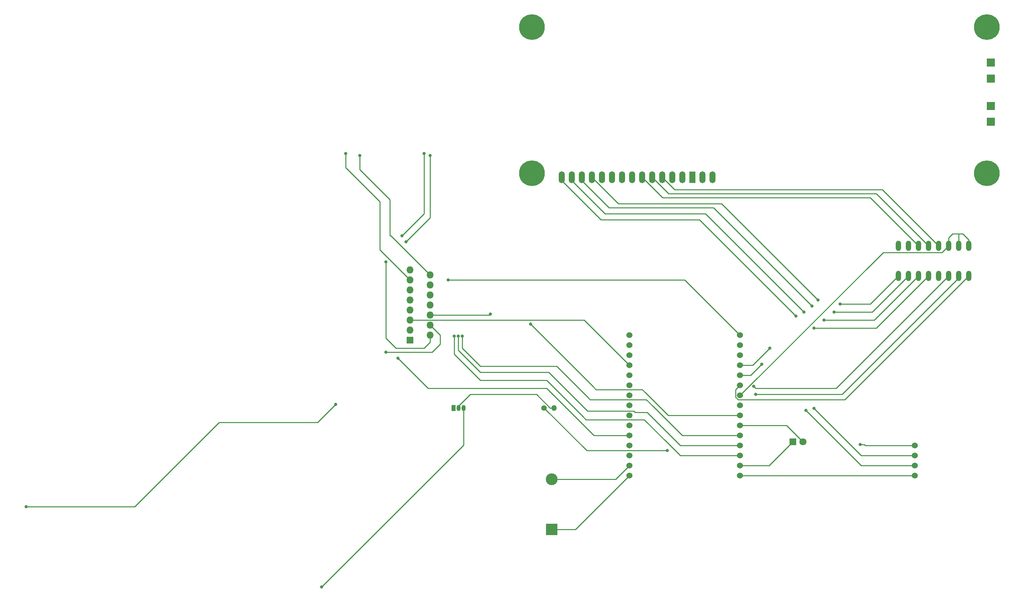
<source format=gbr>
%TF.GenerationSoftware,KiCad,Pcbnew,7.0.2-0*%
%TF.CreationDate,2023-05-03T08:41:48+07:00*%
%TF.ProjectId,robot1,726f626f-7431-42e6-9b69-6361645f7063,rev?*%
%TF.SameCoordinates,Original*%
%TF.FileFunction,Copper,L2,Bot*%
%TF.FilePolarity,Positive*%
%FSLAX46Y46*%
G04 Gerber Fmt 4.6, Leading zero omitted, Abs format (unit mm)*
G04 Created by KiCad (PCBNEW 7.0.2-0) date 2023-05-03 08:41:48*
%MOMM*%
%LPD*%
G01*
G04 APERTURE LIST*
%TA.AperFunction,ComponentPad*%
%ADD10O,1.800000X1.800000*%
%TD*%
%TA.AperFunction,ComponentPad*%
%ADD11R,1.800000X1.800000*%
%TD*%
%TA.AperFunction,ComponentPad*%
%ADD12C,1.530000*%
%TD*%
%TA.AperFunction,ComponentPad*%
%ADD13C,6.500000*%
%TD*%
%TA.AperFunction,ComponentPad*%
%ADD14R,1.500000X3.000000*%
%TD*%
%TA.AperFunction,ComponentPad*%
%ADD15O,1.500000X3.000000*%
%TD*%
%TA.AperFunction,ComponentPad*%
%ADD16R,2.000000X2.000000*%
%TD*%
%TA.AperFunction,ComponentPad*%
%ADD17C,1.524000*%
%TD*%
%TA.AperFunction,ComponentPad*%
%ADD18O,1.320800X2.641600*%
%TD*%
%TA.AperFunction,ComponentPad*%
%ADD19C,1.400000*%
%TD*%
%TA.AperFunction,ComponentPad*%
%ADD20O,1.400000X1.400000*%
%TD*%
%TA.AperFunction,ComponentPad*%
%ADD21R,1.050000X1.500000*%
%TD*%
%TA.AperFunction,ComponentPad*%
%ADD22O,1.050000X1.500000*%
%TD*%
%TA.AperFunction,ComponentPad*%
%ADD23C,1.800000*%
%TD*%
%TA.AperFunction,ComponentPad*%
%ADD24R,3.000000X3.000000*%
%TD*%
%TA.AperFunction,ComponentPad*%
%ADD25C,3.000000*%
%TD*%
%TA.AperFunction,ViaPad*%
%ADD26C,0.800000*%
%TD*%
%TA.AperFunction,Conductor*%
%ADD27C,0.250000*%
%TD*%
G04 APERTURE END LIST*
D10*
%TO.P,U6,15,SENSE_B*%
%TO.N,unconnected-(U6-SENSE_B-Pad15)*%
X133096000Y-76200000D03*
%TO.P,U6,14,OUT4*%
%TO.N,Net-(J4-Pin_1)*%
X138176000Y-77470000D03*
%TO.P,U6,13,OUT3*%
%TO.N,Net-(J4-Pin_2)*%
X133096000Y-78740000D03*
%TO.P,U6,12,IN4*%
%TO.N,Net-(U2-RX(DPIO3))*%
X138176000Y-80010000D03*
%TO.P,U6,11,ENB*%
%TO.N,Net-(U2-D8(GPIO15))*%
X133096000Y-81280000D03*
%TO.P,U6,10,IN3*%
%TO.N,Net-(U2-TX(GPIO1))*%
X138176000Y-82550000D03*
%TO.P,U6,9,VSS*%
%TO.N,Net-(U6-VSS)*%
X133096000Y-83820000D03*
%TO.P,U6,8,GND*%
%TO.N,Net-(BT6--)*%
X138176000Y-85090000D03*
%TO.P,U6,7,IN2*%
%TO.N,Net-(U2-D0(GPIO16))*%
X133096000Y-86360000D03*
%TO.P,U6,6,ENA*%
%TO.N,Net-(U2-D6(GPIO12))*%
X138176000Y-87630000D03*
%TO.P,U6,5,IN1*%
%TO.N,Net-(U2-SD3(GPIO10))*%
X133096000Y-88900000D03*
%TO.P,U6,4,VS*%
%TO.N,Net-(BT4-+)*%
X138176000Y-90170000D03*
%TO.P,U6,3,OUT2*%
%TO.N,Net-(J3-Pin_1)*%
X133096000Y-91440000D03*
%TO.P,U6,2,OUT1*%
%TO.N,Net-(J3-Pin_2)*%
X138176000Y-92710000D03*
D11*
%TO.P,U6,1,SENSE_A*%
%TO.N,unconnected-(U6-SENSE_A-Pad1)*%
X133096000Y-93980000D03*
%TD*%
D12*
%TO.P,U4,2,TRIG*%
%TO.N,Net-(U2-D4(GPIO2))*%
X260750000Y-125730000D03*
%TO.P,U4,3,ECHO*%
%TO.N,Net-(U2-D3(GPIO0))*%
X260750000Y-123190000D03*
%TO.P,U4,4,GND*%
%TO.N,Net-(D1-K)*%
X260750000Y-120650000D03*
%TO.P,U4,1,VCC*%
%TO.N,Net-(U4-VCC)*%
X260750000Y-128270000D03*
%TD*%
D13*
%TO.P,U3,*%
%TO.N,*%
X163970000Y-51705000D03*
X163970000Y-14705000D03*
X278970000Y-14705000D03*
X278970000Y-51705000D03*
D14*
%TO.P,U3,1,VSS*%
%TO.N,unconnected-(U3-VSS-Pad1)*%
X204470000Y-52705000D03*
D15*
%TO.P,U3,2,VDD*%
%TO.N,unconnected-(U3-VDD-Pad2)*%
X201930000Y-52705000D03*
%TO.P,U3,3,VO*%
%TO.N,unconnected-(U3-VO-Pad3)*%
X199390000Y-52705000D03*
%TO.P,U3,4,RS*%
%TO.N,Net-(U1-P0)*%
X196850000Y-52705000D03*
%TO.P,U3,5,R/~{W}*%
%TO.N,Net-(U1-P1)*%
X194310000Y-52705000D03*
%TO.P,U3,6,E*%
%TO.N,Net-(U1-P2)*%
X191770000Y-52705000D03*
%TO.P,U3,7,DB0*%
%TO.N,unconnected-(U3-DB0-Pad7)*%
X189230000Y-52705000D03*
%TO.P,U3,8,DB1*%
%TO.N,unconnected-(U3-DB1-Pad8)*%
X186690000Y-52705000D03*
%TO.P,U3,9,DB2*%
%TO.N,unconnected-(U3-DB2-Pad9)*%
X184150000Y-52705000D03*
%TO.P,U3,10,DB3*%
%TO.N,unconnected-(U3-DB3-Pad10)*%
X181610000Y-52705000D03*
%TO.P,U3,11,DB4*%
%TO.N,Net-(U1-P4)*%
X179070000Y-52705000D03*
%TO.P,U3,12,DB5*%
%TO.N,Net-(U1-P5)*%
X176530000Y-52705000D03*
%TO.P,U3,13,DB6*%
%TO.N,Net-(U1-P6)*%
X173990000Y-52705000D03*
%TO.P,U3,14,DB7*%
%TO.N,Net-(U1-P7)*%
X171450000Y-52705000D03*
%TO.P,U3,15,A/VEE*%
%TO.N,unconnected-(U3-A{slash}VEE-Pad15)*%
X207010000Y-52705000D03*
%TO.P,U3,16,K*%
%TO.N,unconnected-(U3-K-Pad16)*%
X209550000Y-52705000D03*
D16*
%TO.P,U3,A1,A1*%
%TO.N,unconnected-(U3-PadA1)*%
X279970000Y-38705000D03*
%TO.P,U3,A2,A2*%
%TO.N,unconnected-(U3-PadA2)*%
X279970000Y-27705000D03*
%TO.P,U3,K1,K1*%
%TO.N,unconnected-(U3-PadK1)*%
X279970000Y-34705000D03*
%TO.P,U3,K2,K2*%
%TO.N,unconnected-(U3-PadK2)*%
X279970000Y-23705000D03*
%TD*%
D17*
%TO.P,U2,1,A0(ADC0)*%
%TO.N,unconnected-(U2-A0(ADC0)-Pad1)*%
X188595000Y-92710000D03*
%TO.P,U2,2,RSV*%
%TO.N,unconnected-(U2-RSV-Pad2)*%
X188595000Y-95250000D03*
%TO.P,U2,3,RSV*%
%TO.N,unconnected-(U2-RSV-Pad3)*%
X188595000Y-97790000D03*
%TO.P,U2,4,SD3(GPIO10)*%
%TO.N,Net-(U2-SD3(GPIO10))*%
X188595000Y-100330000D03*
%TO.P,U2,5,SD2(GPIO9)*%
%TO.N,unconnected-(U2-SD2(GPIO9)-Pad5)*%
X188595000Y-102870000D03*
%TO.P,U2,6,SD1(MOSI)*%
%TO.N,unconnected-(U2-SD1(MOSI)-Pad6)*%
X188595000Y-105410000D03*
%TO.P,U2,7,CMD(CS)*%
%TO.N,unconnected-(U2-CMD(CS)-Pad7)*%
X188595000Y-107950000D03*
%TO.P,U2,8,SDO(MISO)*%
%TO.N,unconnected-(U2-SDO(MISO)-Pad8)*%
X188595000Y-110490000D03*
%TO.P,U2,9,CLK(SCLK)*%
%TO.N,unconnected-(U2-CLK(SCLK)-Pad9)*%
X188595000Y-113030000D03*
%TO.P,U2,10,GND*%
%TO.N,Net-(BT6--)*%
X188595000Y-115570000D03*
%TO.P,U2,11,3.3V*%
%TO.N,Net-(U6-VSS)*%
X188595000Y-118110000D03*
%TO.P,U2,12,EN*%
%TO.N,unconnected-(U2-EN-Pad12)*%
X188595000Y-120650000D03*
%TO.P,U2,13,RST*%
%TO.N,unconnected-(U2-RST-Pad13)*%
X188595000Y-123190000D03*
%TO.P,U2,14,GND*%
%TO.N,Net-(BT1--)*%
X188595000Y-125730000D03*
%TO.P,U2,15,VIN*%
%TO.N,Net-(BT1-+)*%
X188595000Y-128270000D03*
%TO.P,U2,16,3.3V*%
%TO.N,Net-(U4-VCC)*%
X216535000Y-128270000D03*
%TO.P,U2,17,GND*%
%TO.N,Net-(D1-K)*%
X216535000Y-125730000D03*
%TO.P,U2,18,TX(GPIO1)*%
%TO.N,Net-(U2-TX(GPIO1))*%
X216535000Y-123190000D03*
%TO.P,U2,19,RX(DPIO3)*%
%TO.N,Net-(U2-RX(DPIO3))*%
X216535000Y-120650000D03*
%TO.P,U2,20,D8(GPIO15)*%
%TO.N,Net-(U2-D8(GPIO15))*%
X216535000Y-118110000D03*
%TO.P,U2,21,D7(GPIO13)*%
%TO.N,Net-(D1-A)*%
X216535000Y-115570000D03*
%TO.P,U2,22,D6(GPIO12)*%
%TO.N,Net-(U2-D6(GPIO12))*%
X216535000Y-113030000D03*
%TO.P,U2,23,D5(GPIO14)*%
%TO.N,Net-(U2-D5(GPIO14))*%
X216535000Y-110490000D03*
%TO.P,U2,24,GND*%
%TO.N,Net-(U1-A0)*%
X216535000Y-107950000D03*
%TO.P,U2,25,3.3V*%
%TO.N,Net-(U1-VDD)*%
X216535000Y-105410000D03*
%TO.P,U2,26,D4(GPIO2)*%
%TO.N,Net-(U2-D4(GPIO2))*%
X216535000Y-102870000D03*
%TO.P,U2,27,D3(GPIO0)*%
%TO.N,Net-(U2-D3(GPIO0))*%
X216535000Y-100330000D03*
%TO.P,U2,28,D2(GPIO4)*%
%TO.N,Net-(U1-SDA)*%
X216535000Y-97790000D03*
%TO.P,U2,29,D1(GPIO5)*%
%TO.N,Net-(U1-SCL)*%
X216535000Y-95250000D03*
%TO.P,U2,30,D0(GPIO16)*%
%TO.N,Net-(U2-D0(GPIO16))*%
X216535000Y-92710000D03*
%TD*%
D18*
%TO.P,U1,1,A0*%
%TO.N,Net-(U1-A0)*%
X274320000Y-70104000D03*
%TO.P,U1,2,A1*%
X271780000Y-70104000D03*
%TO.P,U1,3,A2*%
X269240000Y-70104000D03*
%TO.P,U1,4,P0*%
%TO.N,Net-(U1-P0)*%
X266700000Y-70104000D03*
%TO.P,U1,5,P1*%
%TO.N,Net-(U1-P1)*%
X264160000Y-70104000D03*
%TO.P,U1,6,P2*%
%TO.N,Net-(U1-P2)*%
X261620000Y-70104000D03*
%TO.P,U1,7,P3*%
%TO.N,unconnected-(U1-P3-Pad7)*%
X259080000Y-70104000D03*
%TO.P,U1,8,VSS*%
%TO.N,unconnected-(U1-VSS-Pad8)*%
X256540000Y-70104000D03*
%TO.P,U1,9,P4*%
%TO.N,Net-(U1-P4)*%
X256540000Y-77724000D03*
%TO.P,U1,10,P5*%
%TO.N,Net-(U1-P5)*%
X259080000Y-77724000D03*
%TO.P,U1,11,P6*%
%TO.N,Net-(U1-P6)*%
X261620000Y-77724000D03*
%TO.P,U1,12,P7*%
%TO.N,Net-(U1-P7)*%
X264160000Y-77724000D03*
%TO.P,U1,13,~{INT}*%
%TO.N,unconnected-(U1-~{INT}-Pad13)*%
X266700000Y-77724000D03*
%TO.P,U1,14,SCL*%
%TO.N,Net-(U1-SCL)*%
X269240000Y-77724000D03*
%TO.P,U1,15,SDA*%
%TO.N,Net-(U1-SDA)*%
X271780000Y-77724000D03*
%TO.P,U1,16,VDD*%
%TO.N,Net-(U1-VDD)*%
X274320000Y-77724000D03*
%TD*%
D19*
%TO.P,R1,1*%
%TO.N,Net-(U2-D5(GPIO14))*%
X167005000Y-111125000D03*
D20*
%TO.P,R1,2*%
%TO.N,Net-(Q1-B)*%
X169545000Y-111125000D03*
%TD*%
D21*
%TO.P,Q1,1,C*%
%TO.N,Net-(J2-Pin_1)*%
X144145000Y-111125000D03*
D22*
%TO.P,Q1,2,B*%
%TO.N,Net-(Q1-B)*%
X145415000Y-111125000D03*
%TO.P,Q1,3,E*%
%TO.N,Net-(BT3--)*%
X146685000Y-111125000D03*
%TD*%
D11*
%TO.P,D1,1,K*%
%TO.N,Net-(D1-K)*%
X229890000Y-119730000D03*
D23*
%TO.P,D1,2,A*%
%TO.N,Net-(D1-A)*%
X232430000Y-119730000D03*
%TD*%
D24*
%TO.P,BT1,1,+*%
%TO.N,Net-(BT1-+)*%
X168910000Y-141910000D03*
D25*
%TO.P,BT1,2,-*%
%TO.N,Net-(BT1--)*%
X168910000Y-129210000D03*
%TD*%
D26*
%TO.N,Net-(U2-D6(GPIO12))*%
X153416000Y-87376000D03*
X163576000Y-89916000D03*
%TO.N,Net-(U2-D8(GPIO15))*%
X146304000Y-92964000D03*
%TO.N,Net-(U2-D4(GPIO2))*%
X233172000Y-111760000D03*
%TO.N,Net-(U2-D3(GPIO0))*%
X235204000Y-111252000D03*
%TO.N,Net-(U2-D4(GPIO2))*%
X221996000Y-100076000D03*
%TO.N,Net-(U2-D3(GPIO0))*%
X224028000Y-96012000D03*
%TO.N,Net-(U2-D0(GPIO16))*%
X142748000Y-78740000D03*
%TO.N,Net-(U2-RX(DPIO3))*%
X145288000Y-92964000D03*
%TO.N,Net-(U2-TX(GPIO1))*%
X144272000Y-92964000D03*
%TO.N,Net-(U6-VSS)*%
X130048000Y-98552000D03*
%TO.N,Net-(U2-D5(GPIO14))*%
X198120000Y-121920000D03*
%TO.N,Net-(J3-Pin_2)*%
X127000000Y-74168000D03*
X132080000Y-69088000D03*
%TO.N,Net-(J3-Pin_1)*%
X131064000Y-67564000D03*
%TO.N,Net-(J3-Pin_2)*%
X138176000Y-47244000D03*
%TO.N,Net-(J3-Pin_1)*%
X136652000Y-46736000D03*
%TO.N,Net-(J4-Pin_1)*%
X120396000Y-47244000D03*
%TO.N,Net-(J4-Pin_2)*%
X116840000Y-46736000D03*
%TO.N,Net-(BT4-+)*%
X127000000Y-97028000D03*
%TO.N,Net-(BT2-+)*%
X114300000Y-110236000D03*
X36068000Y-136144000D03*
%TO.N,Net-(BT3--)*%
X110744000Y-156464000D03*
%TO.N,Net-(D1-K)*%
X246888000Y-120396000D03*
%TO.N,Net-(U1-P4)*%
X236220000Y-83820000D03*
%TO.N,Net-(U1-P5)*%
X234696000Y-85344000D03*
%TO.N,Net-(U1-P6)*%
X232664000Y-86868000D03*
%TO.N,Net-(U1-P7)*%
X230632000Y-87884000D03*
X235204000Y-90932000D03*
%TO.N,Net-(U1-P6)*%
X237744000Y-88900000D03*
%TO.N,Net-(U1-P5)*%
X240284000Y-86868000D03*
%TO.N,Net-(U1-P4)*%
X241808000Y-84836000D03*
%TO.N,Net-(U1-SDA)*%
X220472000Y-107696000D03*
%TO.N,Net-(U1-SCL)*%
X219964000Y-105664000D03*
%TD*%
D27*
%TO.N,Net-(U2-D6(GPIO12))*%
X138176000Y-87630000D02*
X153162000Y-87630000D01*
X153162000Y-87630000D02*
X153416000Y-87376000D01*
X179324000Y-105664000D02*
X163576000Y-89916000D01*
X198374000Y-113030000D02*
X192532000Y-107188000D01*
X216535000Y-113030000D02*
X198374000Y-113030000D01*
X192532000Y-107188000D02*
X191841000Y-106497000D01*
X191841000Y-106497000D02*
X180157000Y-106497000D01*
X180157000Y-106497000D02*
X179324000Y-105664000D01*
%TO.N,Net-(U2-SD3(GPIO10))*%
X188595000Y-100330000D02*
X177165000Y-88900000D01*
X177165000Y-88900000D02*
X133096000Y-88900000D01*
%TO.N,Net-(U2-D8(GPIO15))*%
X168656000Y-100584000D02*
X151892000Y-100584000D01*
X178633000Y-109037000D02*
X178308000Y-108712000D01*
X194564000Y-110744000D02*
X192857000Y-109037000D01*
X146304000Y-96012000D02*
X146304000Y-92964000D01*
X216535000Y-118110000D02*
X201930000Y-118110000D01*
X201930000Y-118110000D02*
X194564000Y-110744000D01*
X192857000Y-109037000D02*
X178633000Y-109037000D01*
X178308000Y-108712000D02*
X170180000Y-100584000D01*
X170180000Y-100584000D02*
X168656000Y-100584000D01*
X151892000Y-100584000D02*
X150876000Y-100584000D01*
X150876000Y-100584000D02*
X146304000Y-96012000D01*
%TO.N,Net-(U2-D4(GPIO2))*%
X233172000Y-111760000D02*
X233426000Y-112014000D01*
X219202000Y-102870000D02*
X221996000Y-100076000D01*
X216535000Y-102870000D02*
X219202000Y-102870000D01*
%TO.N,Net-(U2-D3(GPIO0))*%
X216535000Y-100330000D02*
X219710000Y-100330000D01*
X219710000Y-100330000D02*
X224028000Y-96012000D01*
%TO.N,Net-(U2-D0(GPIO16))*%
X142748000Y-78740000D02*
X202565000Y-78740000D01*
X202565000Y-78740000D02*
X216535000Y-92710000D01*
%TO.N,Net-(U2-RX(DPIO3))*%
X145288000Y-92964000D02*
X145288000Y-93472000D01*
X145288000Y-96520000D02*
X145288000Y-92964000D01*
X201422000Y-120650000D02*
X200152000Y-119380000D01*
X177983000Y-111943000D02*
X177800000Y-111760000D01*
X193040000Y-112268000D02*
X189992000Y-112268000D01*
X167640000Y-102108000D02*
X150876000Y-102108000D01*
X150876000Y-102108000D02*
X145288000Y-96520000D01*
X200152000Y-119380000D02*
X193040000Y-112268000D01*
X177800000Y-111760000D02*
X168148000Y-102108000D01*
X216535000Y-120650000D02*
X201422000Y-120650000D01*
X189667000Y-111943000D02*
X177983000Y-111943000D01*
X189992000Y-112268000D02*
X189667000Y-111943000D01*
X168148000Y-102108000D02*
X167640000Y-102108000D01*
%TO.N,Net-(U2-TX(GPIO1))*%
X177617000Y-114117000D02*
X176784000Y-113284000D01*
X192349000Y-114117000D02*
X177617000Y-114117000D01*
X198120000Y-119888000D02*
X192349000Y-114117000D01*
X150876000Y-104140000D02*
X144272000Y-97536000D01*
X144272000Y-97536000D02*
X144272000Y-92964000D01*
X167640000Y-104140000D02*
X150876000Y-104140000D01*
X216535000Y-123190000D02*
X201422000Y-123190000D01*
X201422000Y-123190000D02*
X198120000Y-119888000D01*
X176784000Y-113284000D02*
X167640000Y-104140000D01*
%TO.N,Net-(U6-VSS)*%
X137668000Y-106172000D02*
X130048000Y-98552000D01*
X167640000Y-106172000D02*
X160528000Y-106172000D01*
X160528000Y-106172000D02*
X137668000Y-106172000D01*
X188595000Y-118110000D02*
X179578000Y-118110000D01*
X179578000Y-118110000D02*
X170180000Y-108712000D01*
X170180000Y-108712000D02*
X167640000Y-106172000D01*
%TO.N,Net-(U2-D5(GPIO14))*%
X177800000Y-121920000D02*
X198120000Y-121920000D01*
X167005000Y-111125000D02*
X177800000Y-121920000D01*
%TO.N,Net-(Q1-B)*%
X145415000Y-111125000D02*
X145415000Y-110617000D01*
X168529000Y-111125000D02*
X169545000Y-111125000D01*
X145415000Y-110617000D02*
X148336000Y-107696000D01*
X148336000Y-107696000D02*
X165100000Y-107696000D01*
X165100000Y-107696000D02*
X168529000Y-111125000D01*
%TO.N,Net-(BT4-+)*%
X127000000Y-97028000D02*
X138684000Y-97028000D01*
X140716000Y-92710000D02*
X138176000Y-90170000D01*
X138684000Y-97028000D02*
X140716000Y-94996000D01*
X140716000Y-94996000D02*
X140716000Y-92710000D01*
%TO.N,Net-(J3-Pin_2)*%
X127000000Y-74168000D02*
X127000000Y-93472000D01*
X127000000Y-93472000D02*
X129540000Y-96012000D01*
X129540000Y-96012000D02*
X136652000Y-96012000D01*
X136652000Y-96012000D02*
X138176000Y-94488000D01*
X138176000Y-94488000D02*
X138176000Y-92710000D01*
X133604000Y-67564000D02*
X132080000Y-69088000D01*
%TO.N,Net-(J3-Pin_1)*%
X136652000Y-61976000D02*
X131064000Y-67564000D01*
X136652000Y-46736000D02*
X136652000Y-61976000D01*
%TO.N,Net-(J3-Pin_2)*%
X138176000Y-62992000D02*
X133604000Y-67564000D01*
X138176000Y-47244000D02*
X138176000Y-62992000D01*
%TO.N,Net-(J4-Pin_2)*%
X133096000Y-78740000D02*
X125476000Y-71120000D01*
X125476000Y-71120000D02*
X125476000Y-58928000D01*
X125476000Y-58928000D02*
X116840000Y-50292000D01*
X116840000Y-50292000D02*
X116840000Y-46736000D01*
%TO.N,Net-(J4-Pin_1)*%
X128016000Y-58420000D02*
X120396000Y-50800000D01*
X128016000Y-67564000D02*
X128016000Y-58420000D01*
X138176000Y-77470000D02*
X128270000Y-67564000D01*
X120396000Y-50800000D02*
X120396000Y-47244000D01*
X128270000Y-67564000D02*
X128016000Y-67564000D01*
%TO.N,Net-(BT1-+)*%
X168910000Y-141910000D02*
X174955000Y-141910000D01*
X174955000Y-141910000D02*
X188595000Y-128270000D01*
%TO.N,Net-(BT1--)*%
X168910000Y-129210000D02*
X185115000Y-129210000D01*
X185115000Y-129210000D02*
X188595000Y-125730000D01*
%TO.N,Net-(BT2-+)*%
X84836000Y-114808000D02*
X109728000Y-114808000D01*
X109728000Y-114808000D02*
X114300000Y-110236000D01*
X63500000Y-136144000D02*
X84836000Y-114808000D01*
X36068000Y-136144000D02*
X63500000Y-136144000D01*
%TO.N,Net-(BT3--)*%
X110744000Y-156464000D02*
X146685000Y-120523000D01*
X146685000Y-120523000D02*
X146685000Y-111125000D01*
%TO.N,Net-(D1-K)*%
X247904000Y-120396000D02*
X246888000Y-120396000D01*
X248158000Y-120650000D02*
X247904000Y-120396000D01*
%TO.N,Net-(D1-A)*%
X216535000Y-115570000D02*
X228270000Y-115570000D01*
X228270000Y-115570000D02*
X232430000Y-119730000D01*
%TO.N,Net-(D1-K)*%
X260750000Y-120650000D02*
X248158000Y-120650000D01*
%TO.N,Net-(U2-D3(GPIO0))*%
X247142000Y-123190000D02*
X235204000Y-111252000D01*
X260750000Y-123190000D02*
X247142000Y-123190000D01*
%TO.N,Net-(U2-D4(GPIO2))*%
X260750000Y-125730000D02*
X247142000Y-125730000D01*
X247142000Y-125730000D02*
X233172000Y-111760000D01*
%TO.N,Net-(D1-K)*%
X216535000Y-125730000D02*
X223890000Y-125730000D01*
X223890000Y-125730000D02*
X229890000Y-119730000D01*
%TO.N,Net-(U4-VCC)*%
X216535000Y-128270000D02*
X260750000Y-128270000D01*
%TO.N,Net-(U1-P7)*%
X230632000Y-87884000D02*
X206248000Y-63500000D01*
X206248000Y-63500000D02*
X181356000Y-63500000D01*
X181356000Y-63500000D02*
X171450000Y-53594000D01*
X171450000Y-53594000D02*
X171450000Y-52705000D01*
%TO.N,Net-(U1-P6)*%
X207772000Y-61976000D02*
X182372000Y-61976000D01*
X232664000Y-86868000D02*
X207772000Y-61976000D01*
X182372000Y-61976000D02*
X173990000Y-53594000D01*
X173990000Y-53594000D02*
X173990000Y-52705000D01*
%TO.N,Net-(U1-P5)*%
X234696000Y-85344000D02*
X209804000Y-60452000D01*
X176530000Y-53594000D02*
X176530000Y-52705000D01*
X209804000Y-60452000D02*
X183388000Y-60452000D01*
X183388000Y-60452000D02*
X176530000Y-53594000D01*
%TO.N,Net-(U1-P4)*%
X236220000Y-83820000D02*
X211836000Y-59436000D01*
X211836000Y-59436000D02*
X185801000Y-59436000D01*
X185801000Y-59436000D02*
X179070000Y-52705000D01*
X248920000Y-84836000D02*
X241808000Y-84836000D01*
X256540000Y-77724000D02*
X249428000Y-84836000D01*
X249428000Y-84836000D02*
X248920000Y-84836000D01*
%TO.N,Net-(U1-P5)*%
X249936000Y-86868000D02*
X240284000Y-86868000D01*
X259080000Y-77724000D02*
X249936000Y-86868000D01*
%TO.N,Net-(U1-P6)*%
X250444000Y-88900000D02*
X237744000Y-88900000D01*
X261620000Y-77724000D02*
X250444000Y-88900000D01*
%TO.N,Net-(U1-P7)*%
X264160000Y-77724000D02*
X250952000Y-90932000D01*
X249428000Y-90932000D02*
X235204000Y-90932000D01*
X250952000Y-90932000D02*
X249428000Y-90932000D01*
%TO.N,Net-(U1-VDD)*%
X215448000Y-106497000D02*
X216535000Y-105410000D01*
X215448000Y-108400000D02*
X215448000Y-106497000D01*
X216085000Y-109037000D02*
X215448000Y-108400000D01*
X243007000Y-109037000D02*
X216085000Y-109037000D01*
X274320000Y-77724000D02*
X243007000Y-109037000D01*
%TO.N,Net-(U1-SDA)*%
X242316000Y-107696000D02*
X220472000Y-107696000D01*
X271780000Y-78232000D02*
X242316000Y-107696000D01*
X271780000Y-77724000D02*
X271780000Y-78232000D01*
%TO.N,Net-(U1-SCL)*%
X220472000Y-106172000D02*
X219964000Y-105664000D01*
X240792000Y-106172000D02*
X220472000Y-106172000D01*
X269240000Y-77724000D02*
X240792000Y-106172000D01*
%TO.N,Net-(U1-P2)*%
X196977000Y-57912000D02*
X191770000Y-52705000D01*
X249428000Y-57912000D02*
X196977000Y-57912000D01*
X261620000Y-70104000D02*
X249428000Y-57912000D01*
%TO.N,Net-(U1-P1)*%
X198501000Y-56896000D02*
X194310000Y-52705000D01*
X250952000Y-56896000D02*
X198501000Y-56896000D01*
X264160000Y-70104000D02*
X250952000Y-56896000D01*
%TO.N,Net-(U1-P0)*%
X200025000Y-55880000D02*
X196850000Y-52705000D01*
X252476000Y-55880000D02*
X200025000Y-55880000D01*
X266700000Y-70104000D02*
X252476000Y-55880000D01*
%TO.N,Net-(U1-A0)*%
X252735000Y-71749800D02*
X216535000Y-107950000D01*
X267594000Y-71749800D02*
X252735000Y-71749800D01*
X269240000Y-70104000D02*
X267594000Y-71749800D01*
X271780000Y-70104000D02*
X271780000Y-67056000D01*
X272796000Y-67056000D02*
X271780000Y-67056000D01*
X274320000Y-68580000D02*
X272796000Y-67056000D01*
X274320000Y-70104000D02*
X274320000Y-68580000D01*
X269240000Y-68072000D02*
X269240000Y-70104000D01*
X270256000Y-67056000D02*
X269240000Y-68072000D01*
X271780000Y-67056000D02*
X270256000Y-67056000D01*
%TD*%
M02*

</source>
